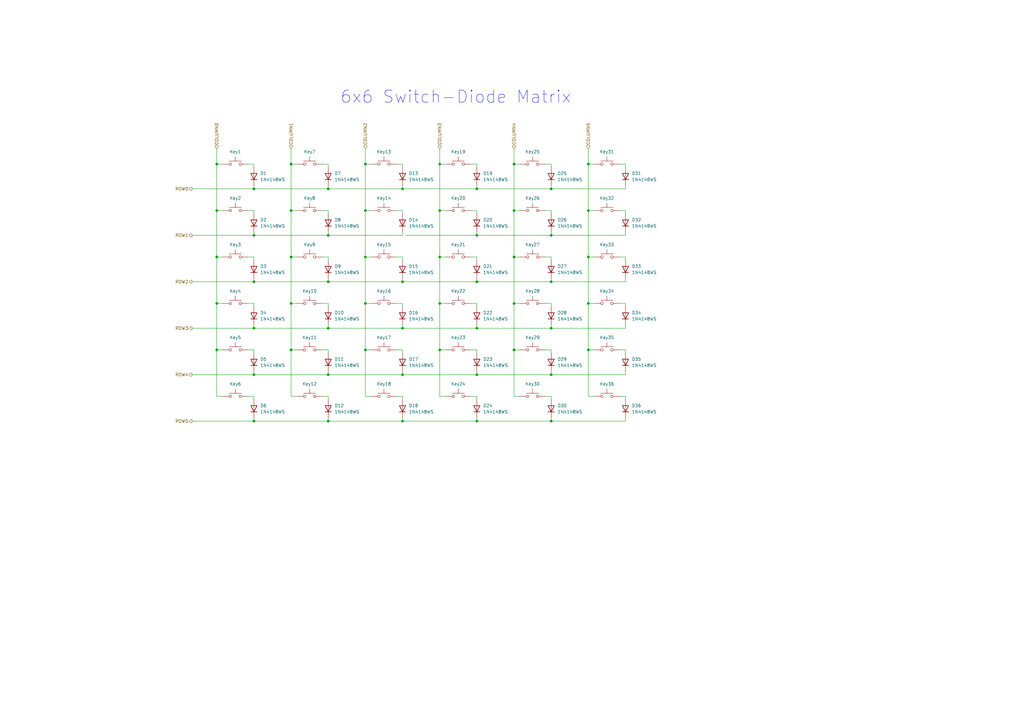
<source format=kicad_sch>
(kicad_sch (version 20250114) (generator "eeschema") (generator_version "9.0")
  (paper "A3")
  (title_block (company "BionicKeyboards / QMK"))
  (text "6x6 Switch-Diode Matrix" (at 186.944 39.878 0) (effects (font (size 5 5))))
  (junction (at 226.06 96.52))
  (junction (at 104.14 134.62))
  (junction (at 88.9 86.36))
  (junction (at 195.58 153.67))
  (junction (at 149.86 67.31))
  (junction (at 165.1 172.72))
  (junction (at 104.14 115.57))
  (junction (at 241.3 105.41))
  (junction (at 241.3 86.36))
  (junction (at 119.38 105.41))
  (junction (at 226.06 77.47))
  (junction (at 165.1 77.47))
  (junction (at 180.34 67.31))
  (junction (at 149.86 86.36))
  (junction (at 119.38 143.51))
  (junction (at 195.58 96.52))
  (junction (at 226.06 153.67))
  (junction (at 88.9 105.41))
  (junction (at 134.62 115.57))
  (junction (at 119.38 124.46))
  (junction (at 134.62 77.47))
  (junction (at 180.34 105.41))
  (junction (at 88.9 143.51))
  (junction (at 180.34 86.36))
  (junction (at 210.82 124.46))
  (junction (at 88.9 124.46))
  (junction (at 134.62 134.62))
  (junction (at 104.14 77.47))
  (junction (at 195.58 134.62))
  (junction (at 195.58 77.47))
  (junction (at 241.3 124.46))
  (junction (at 134.62 172.72))
  (junction (at 165.1 115.57))
  (junction (at 149.86 105.41))
  (junction (at 149.86 143.51))
  (junction (at 241.3 143.51))
  (junction (at 104.14 153.67))
  (junction (at 180.34 124.46))
  (junction (at 165.1 134.62))
  (junction (at 134.62 96.52))
  (junction (at 149.86 124.46))
  (junction (at 165.1 153.67))
  (junction (at 195.58 172.72))
  (junction (at 210.82 67.31))
  (junction (at 119.38 86.36))
  (junction (at 195.58 115.57))
  (junction (at 119.38 67.31))
  (junction (at 226.06 172.72))
  (junction (at 210.82 105.41))
  (junction (at 88.9 67.31))
  (junction (at 241.3 67.31))
  (junction (at 210.82 143.51))
  (junction (at 134.62 153.67))
  (junction (at 226.06 134.62))
  (junction (at 210.82 86.36))
  (junction (at 104.14 96.52))
  (junction (at 180.34 143.51))
  (junction (at 226.06 115.57))
  (junction (at 104.14 172.72))
  (wire (pts (xy 256.54 133.35) (xy 256.54 134.62)))
  (wire (pts (xy 195.58 86.36) (xy 193.04 86.36)))
  (wire (pts (xy 104.14 144.78) (xy 104.14 143.51)))
  (wire (pts (xy 195.58 133.35) (xy 195.58 134.62)))
  (wire (pts (xy 165.1 172.72) (xy 195.58 172.72)))
  (wire (pts (xy 256.54 67.31) (xy 254 67.31)))
  (wire (pts (xy 149.86 162.56) (xy 152.4 162.56)))
  (wire (pts (xy 134.62 76.2) (xy 134.62 77.47)))
  (wire (pts (xy 256.54 67.31) (xy 256.54 68.58)))
  (wire (pts (xy 165.1 114.3) (xy 165.1 115.57)))
  (wire (pts (xy 241.3 105.41) (xy 241.3 124.46)))
  (wire (pts (xy 241.3 124.46) (xy 243.84 124.46)))
  (wire (pts (xy 165.1 144.78) (xy 165.1 143.51)))
  (wire (pts (xy 256.54 114.3) (xy 256.54 115.57)))
  (wire (pts (xy 134.62 134.62) (xy 165.1 134.62)))
  (wire (pts (xy 104.14 152.4) (xy 104.14 153.67)))
  (wire (pts (xy 149.86 86.36) (xy 149.86 105.41)))
  (wire (pts (xy 226.06 144.78) (xy 226.06 143.51)))
  (wire (pts (xy 149.86 143.51) (xy 149.86 162.56)))
  (wire (pts (xy 88.9 105.41) (xy 88.9 124.46)))
  (wire (pts (xy 195.58 87.63) (xy 195.58 86.36)))
  (wire (pts (xy 241.3 124.46) (xy 241.3 143.51)))
  (wire (pts (xy 165.1 105.41) (xy 165.1 106.68)))
  (wire (pts (xy 134.62 171.45) (xy 134.62 172.72)))
  (wire (pts (xy 256.54 76.2) (xy 256.54 77.47)))
  (wire (pts (xy 119.38 86.36) (xy 121.92 86.36)))
  (wire (pts (xy 165.1 87.63) (xy 165.1 86.36)))
  (wire (pts (xy 134.62 133.35) (xy 134.62 134.62)))
  (wire (pts (xy 119.38 143.51) (xy 119.38 162.56)))
  (wire (pts (xy 210.82 67.31) (xy 213.36 67.31)))
  (wire (pts (xy 165.1 152.4) (xy 165.1 153.67)))
  (wire (pts (xy 78.74 134.62) (xy 104.14 134.62)))
  (wire (pts (xy 165.1 162.56) (xy 165.1 163.83)))
  (wire (pts (xy 134.62 172.72) (xy 165.1 172.72)))
  (wire (pts (xy 226.06 105.41) (xy 223.52 105.41)))
  (wire (pts (xy 241.3 162.56) (xy 243.84 162.56)))
  (wire (pts (xy 256.54 171.45) (xy 256.54 172.72)))
  (wire (pts (xy 119.38 105.41) (xy 121.92 105.41)))
  (wire (pts (xy 134.62 162.56) (xy 132.08 162.56)))
  (wire (pts (xy 104.14 133.35) (xy 104.14 134.62)))
  (wire (pts (xy 149.86 67.31) (xy 152.4 67.31)))
  (wire (pts (xy 88.9 143.51) (xy 91.44 143.51)))
  (wire (pts (xy 78.74 115.57) (xy 104.14 115.57)))
  (wire (pts (xy 134.62 95.25) (xy 134.62 96.52)))
  (wire (pts (xy 165.1 124.46) (xy 162.56 124.46)))
  (wire (pts (xy 134.62 124.46) (xy 134.62 125.73)))
  (wire (pts (xy 256.54 95.25) (xy 256.54 96.52)))
  (wire (pts (xy 180.34 162.56) (xy 182.88 162.56)))
  (wire (pts (xy 78.74 172.72) (xy 104.14 172.72)))
  (wire (pts (xy 195.58 124.46) (xy 195.58 125.73)))
  (wire (pts (xy 165.1 134.62) (xy 195.58 134.62)))
  (wire (pts (xy 241.3 60.96) (xy 241.3 67.31)))
  (wire (pts (xy 180.34 86.36) (xy 182.88 86.36)))
  (wire (pts (xy 241.3 86.36) (xy 243.84 86.36)))
  (wire (pts (xy 180.34 67.31) (xy 182.88 67.31)))
  (wire (pts (xy 256.54 162.56) (xy 254 162.56)))
  (wire (pts (xy 149.86 67.31) (xy 149.86 86.36)))
  (wire (pts (xy 256.54 143.51) (xy 254 143.51)))
  (wire (pts (xy 134.62 105.41) (xy 134.62 106.68)))
  (wire (pts (xy 195.58 105.41) (xy 195.58 106.68)))
  (wire (pts (xy 165.1 162.56) (xy 162.56 162.56)))
  (wire (pts (xy 195.58 162.56) (xy 195.58 163.83)))
  (wire (pts (xy 210.82 143.51) (xy 210.82 162.56)))
  (wire (pts (xy 88.9 143.51) (xy 88.9 162.56)))
  (wire (pts (xy 256.54 124.46) (xy 256.54 125.73)))
  (wire (pts (xy 119.38 86.36) (xy 119.38 105.41)))
  (wire (pts (xy 226.06 124.46) (xy 226.06 125.73)))
  (wire (pts (xy 195.58 96.52) (xy 226.06 96.52)))
  (wire (pts (xy 241.3 143.51) (xy 243.84 143.51)))
  (wire (pts (xy 104.14 124.46) (xy 104.14 125.73)))
  (wire (pts (xy 210.82 143.51) (xy 213.36 143.51)))
  (wire (pts (xy 226.06 162.56) (xy 226.06 163.83)))
  (wire (pts (xy 210.82 124.46) (xy 213.36 124.46)))
  (wire (pts (xy 165.1 67.31) (xy 165.1 68.58)))
  (wire (pts (xy 226.06 86.36) (xy 223.52 86.36)))
  (wire (pts (xy 104.14 67.31) (xy 104.14 68.58)))
  (wire (pts (xy 149.86 60.96) (xy 149.86 67.31)))
  (wire (pts (xy 104.14 172.72) (xy 134.62 172.72)))
  (wire (pts (xy 88.9 86.36) (xy 88.9 105.41)))
  (wire (pts (xy 104.14 96.52) (xy 134.62 96.52)))
  (wire (pts (xy 165.1 115.57) (xy 195.58 115.57)))
  (wire (pts (xy 104.14 134.62) (xy 134.62 134.62)))
  (wire (pts (xy 88.9 162.56) (xy 91.44 162.56)))
  (wire (pts (xy 78.74 77.47) (xy 104.14 77.47)))
  (wire (pts (xy 104.14 153.67) (xy 134.62 153.67)))
  (wire (pts (xy 180.34 86.36) (xy 180.34 105.41)))
  (wire (pts (xy 88.9 124.46) (xy 91.44 124.46)))
  (wire (pts (xy 88.9 105.41) (xy 91.44 105.41)))
  (wire (pts (xy 165.1 171.45) (xy 165.1 172.72)))
  (wire (pts (xy 88.9 67.31) (xy 88.9 86.36)))
  (wire (pts (xy 226.06 171.45) (xy 226.06 172.72)))
  (wire (pts (xy 241.3 105.41) (xy 243.84 105.41)))
  (wire (pts (xy 180.34 105.41) (xy 182.88 105.41)))
  (wire (pts (xy 165.1 95.25) (xy 165.1 96.52)))
  (wire (pts (xy 104.14 87.63) (xy 104.14 86.36)))
  (wire (pts (xy 104.14 76.2) (xy 104.14 77.47)))
  (wire (pts (xy 104.14 162.56) (xy 104.14 163.83)))
  (wire (pts (xy 119.38 105.41) (xy 119.38 124.46)))
  (wire (pts (xy 256.54 105.41) (xy 256.54 106.68)))
  (wire (pts (xy 101.6 124.46) (xy 104.14 124.46)))
  (wire (pts (xy 210.82 67.31) (xy 210.82 86.36)))
  (wire (pts (xy 226.06 114.3) (xy 226.06 115.57)))
  (wire (pts (xy 119.38 124.46) (xy 121.92 124.46)))
  (wire (pts (xy 180.34 124.46) (xy 180.34 143.51)))
  (wire (pts (xy 256.54 87.63) (xy 256.54 86.36)))
  (wire (pts (xy 195.58 171.45) (xy 195.58 172.72)))
  (wire (pts (xy 195.58 114.3) (xy 195.58 115.57)))
  (wire (pts (xy 166.37 96.52) (xy 195.58 96.52)))
  (wire (pts (xy 134.62 115.57) (xy 165.1 115.57)))
  (wire (pts (xy 195.58 153.67) (xy 226.06 153.67)))
  (wire (pts (xy 134.62 152.4) (xy 134.62 153.67)))
  (wire (pts (xy 180.34 67.31) (xy 180.34 86.36)))
  (wire (pts (xy 134.62 153.67) (xy 165.1 153.67)))
  (wire (pts (xy 134.62 124.46) (xy 132.08 124.46)))
  (wire (pts (xy 165.1 133.35) (xy 165.1 134.62)))
  (wire (pts (xy 256.54 124.46) (xy 254 124.46)))
  (wire (pts (xy 193.04 67.31) (xy 195.58 67.31)))
  (wire (pts (xy 210.82 60.96) (xy 210.82 67.31)))
  (wire (pts (xy 134.62 77.47) (xy 165.1 77.47)))
  (wire (pts (xy 226.06 162.56) (xy 223.52 162.56)))
  (wire (pts (xy 210.82 105.41) (xy 210.82 124.46)))
  (wire (pts (xy 226.06 143.51) (xy 223.52 143.51)))
  (wire (pts (xy 241.3 143.51) (xy 241.3 162.56)))
  (wire (pts (xy 134.62 67.31) (xy 132.08 67.31)))
  (wire (pts (xy 226.06 95.25) (xy 226.06 96.52)))
  (wire (pts (xy 226.06 133.35) (xy 226.06 134.62)))
  (wire (pts (xy 226.06 172.72) (xy 256.54 172.72)))
  (wire (pts (xy 226.06 105.41) (xy 226.06 106.68)))
  (wire (pts (xy 119.38 162.56) (xy 121.92 162.56)))
  (wire (pts (xy 180.34 143.51) (xy 180.34 162.56)))
  (wire (pts (xy 195.58 67.31) (xy 195.58 68.58)))
  (wire (pts (xy 195.58 162.56) (xy 193.04 162.56)))
  (wire (pts (xy 210.82 124.46) (xy 210.82 143.51)))
  (wire (pts (xy 165.1 105.41) (xy 162.56 105.41)))
  (wire (pts (xy 256.54 144.78) (xy 256.54 143.51)))
  (wire (pts (xy 134.62 162.56) (xy 134.62 163.83)))
  (wire (pts (xy 195.58 77.47) (xy 226.06 77.47)))
  (wire (pts (xy 119.38 143.51) (xy 121.92 143.51)))
  (wire (pts (xy 195.58 95.25) (xy 195.58 96.52)))
  (wire (pts (xy 149.86 105.41) (xy 152.4 105.41)))
  (wire (pts (xy 149.86 86.36) (xy 152.4 86.36)))
  (wire (pts (xy 88.9 60.96) (xy 88.9 67.31)))
  (wire (pts (xy 193.04 124.46) (xy 195.58 124.46)))
  (wire (pts (xy 104.14 86.36) (xy 101.6 86.36)))
  (wire (pts (xy 88.9 86.36) (xy 91.44 86.36)))
  (wire (pts (xy 149.86 124.46) (xy 149.86 143.51)))
  (wire (pts (xy 226.06 77.47) (xy 256.54 77.47)))
  (wire (pts (xy 256.54 152.4) (xy 256.54 153.67)))
  (wire (pts (xy 210.82 86.36) (xy 210.82 105.41)))
  (wire (pts (xy 256.54 86.36) (xy 254 86.36)))
  (wire (pts (xy 180.34 143.51) (xy 182.88 143.51)))
  (wire (pts (xy 165.1 143.51) (xy 162.56 143.51)))
  (wire (pts (xy 195.58 105.41) (xy 193.04 105.41)))
  (wire (pts (xy 134.62 96.52) (xy 165.1 96.52)))
  (wire (pts (xy 195.58 144.78) (xy 195.58 143.51)))
  (wire (pts (xy 226.06 87.63) (xy 226.06 86.36)))
  (wire (pts (xy 119.38 67.31) (xy 119.38 86.36)))
  (wire (pts (xy 104.14 105.41) (xy 104.14 106.68)))
  (wire (pts (xy 226.06 134.62) (xy 256.54 134.62)))
  (wire (pts (xy 165.1 153.67) (xy 195.58 153.67)))
  (wire (pts (xy 226.06 153.67) (xy 256.54 153.67)))
  (wire (pts (xy 104.14 114.3) (xy 104.14 115.57)))
  (wire (pts (xy 256.54 162.56) (xy 256.54 163.83)))
  (wire (pts (xy 195.58 76.2) (xy 195.58 77.47)))
  (wire (pts (xy 134.62 144.78) (xy 134.62 143.51)))
  (wire (pts (xy 134.62 87.63) (xy 134.62 86.36)))
  (wire (pts (xy 226.06 96.52) (xy 256.54 96.52)))
  (wire (pts (xy 104.14 143.51) (xy 101.6 143.51)))
  (wire (pts (xy 165.1 124.46) (xy 165.1 125.73)))
  (wire (pts (xy 241.3 86.36) (xy 241.3 105.41)))
  (wire (pts (xy 78.74 96.52) (xy 104.14 96.52)))
  (wire (pts (xy 78.74 153.67) (xy 104.14 153.67)))
  (wire (pts (xy 210.82 162.56) (xy 213.36 162.56)))
  (wire (pts (xy 134.62 105.41) (xy 132.08 105.41)))
  (wire (pts (xy 241.3 67.31) (xy 243.84 67.31)))
  (wire (pts (xy 226.06 67.31) (xy 226.06 68.58)))
  (wire (pts (xy 149.86 105.41) (xy 149.86 124.46)))
  (wire (pts (xy 165.1 67.31) (xy 162.56 67.31)))
  (wire (pts (xy 88.9 124.46) (xy 88.9 143.51)))
  (wire (pts (xy 134.62 86.36) (xy 132.08 86.36)))
  (wire (pts (xy 180.34 105.41) (xy 180.34 124.46)))
  (wire (pts (xy 134.62 67.31) (xy 134.62 68.58)))
  (wire (pts (xy 134.62 143.51) (xy 132.08 143.51)))
  (wire (pts (xy 101.6 67.31) (xy 104.14 67.31)))
  (wire (pts (xy 104.14 115.57) (xy 134.62 115.57)))
  (wire (pts (xy 104.14 171.45) (xy 104.14 172.72)))
  (wire (pts (xy 226.06 67.31) (xy 223.52 67.31)))
  (wire (pts (xy 104.14 105.41) (xy 101.6 105.41)))
  (wire (pts (xy 210.82 86.36) (xy 213.36 86.36)))
  (wire (pts (xy 149.86 124.46) (xy 152.4 124.46)))
  (wire (pts (xy 104.14 95.25) (xy 104.14 96.52)))
  (wire (pts (xy 119.38 67.31) (xy 121.92 67.31)))
  (wire (pts (xy 165.1 76.2) (xy 165.1 77.47)))
  (wire (pts (xy 195.58 134.62) (xy 226.06 134.62)))
  (wire (pts (xy 180.34 60.96) (xy 180.34 67.31)))
  (wire (pts (xy 226.06 115.57) (xy 256.54 115.57)))
  (wire (pts (xy 165.1 86.36) (xy 162.56 86.36)))
  (wire (pts (xy 165.1 77.47) (xy 195.58 77.47)))
  (wire (pts (xy 226.06 152.4) (xy 226.06 153.67)))
  (wire (pts (xy 256.54 105.41) (xy 254 105.41)))
  (wire (pts (xy 119.38 60.96) (xy 119.38 67.31)))
  (wire (pts (xy 241.3 67.31) (xy 241.3 86.36)))
  (wire (pts (xy 104.14 77.47) (xy 134.62 77.47)))
  (wire (pts (xy 134.62 114.3) (xy 134.62 115.57)))
  (wire (pts (xy 104.14 162.56) (xy 101.6 162.56)))
  (wire (pts (xy 210.82 105.41) (xy 213.36 105.41)))
  (wire (pts (xy 119.38 124.46) (xy 119.38 143.51)))
  (wire (pts (xy 195.58 115.57) (xy 226.06 115.57)))
  (wire (pts (xy 180.34 124.46) (xy 182.88 124.46)))
  (wire (pts (xy 88.9 67.31) (xy 91.44 67.31)))
  (wire (pts (xy 195.58 143.51) (xy 193.04 143.51)))
  (wire (pts (xy 226.06 124.46) (xy 223.52 124.46)))
  (wire (pts (xy 195.58 172.72) (xy 226.06 172.72)))
  (wire (pts (xy 226.06 76.2) (xy 226.06 77.47)))
  (wire (pts (xy 149.86 143.51) (xy 152.4 143.51)))
  (wire (pts (xy 195.58 152.4) (xy 195.58 153.67)))
  (hierarchical_label "ROW2" (shape output) (at 78.74 115.57 180))
  (hierarchical_label "COLUMN5" (shape input) (at 241.3 60.96 90))
  (hierarchical_label "ROW3" (shape output) (at 78.74 134.62 180))
  (hierarchical_label "ROW5" (shape output) (at 78.74 172.72 180))
  (hierarchical_label "ROW4" (shape output) (at 78.74 153.67 180))
  (hierarchical_label "COLUMN1" (shape input) (at 119.38 60.96 90))
  (hierarchical_label "ROW0" (shape output) (at 78.74 77.47 180))
  (hierarchical_label "COLUMN0" (shape input) (at 88.9 60.96 90))
  (hierarchical_label "COLUMN4" (shape input) (at 210.82 60.96 90))
  (hierarchical_label "COLUMN3" (shape input) (at 180.34 60.96 90))
  (hierarchical_label "COLUMN2" (shape input) (at 149.86 60.96 90))
  (hierarchical_label "ROW1" (shape output) (at 78.74 96.52 180))
  (symbol (lib_name "1u_Cherry_MX_Switch_RGB-SK6812MINI-E_cutout_9") (lib_id "custom:1u_Cherry_MX_Switch_RGB-SK6812MINI-E_cutout") (at 96.52 69.85 0) (unit 1)
    (property "Reference" "Key1" (at 96.52 62.23 0))
    (property "Footprint" "Custom:1u_Cherry_MX1A_5Pin_Switch_Kailh_Socket_with_SK6812MINI-E_cutout" (effects (hide yes)))
    (property "Description" "1u Cherry MX compatible switch socket including an RGB SK6812MINI-E LED cutout" (effects (hide yes)))
    (property "LED_Reference" "LED_${REFERENCE}" (effects (hide yes)))
    (property "MFR.Part #" "CPG151101S11-16" (effects (hide yes)))
    (property "JLCPCB Part #" "C41430893" (effects (hide yes)))
    (property "JLCPCB.Kind" "Extended" (effects (hide yes)))
  )
  (symbol (lib_id "Diode:1N4148WS") (at 256.54 110.49 90) (unit 1)
    (property "Reference" "D33" (at 259.08 109.2199 90) (effects (justify right)))
    (property "Value" "1N4148WS" (at 259.08 111.7599 90) (effects (justify right)))
    (property "Footprint" "Custom:1N4148WS_SOD-323" (effects (hide yes)))
    (property "Datasheet" "https://www.jscj-elec.com/gallery//file/AD-BAV16WS_1N4148WS.pdf" (effects (hide yes)))
    (property "Description" "100V Independent Type 1.25V@150mA 4ns 150mA SOD-323 Switching Diodes ROHS" (effects (hide yes)))
    (property "JLCPCB Part #" "C2128" (effects (hide yes)))
    (property "MFR.Part #" "1N4148WS" (effects (hide yes)))
    (property "JLCPCB.Kind" "Basic" (effects (hide yes)))
  )
  (symbol (lib_id "Diode:1N4148WS") (at 195.58 72.39 90) (unit 1)
    (property "Reference" "D19" (at 198.12 71.1199 90) (effects (justify right)))
    (property "Value" "1N4148WS" (at 198.12 73.6599 90) (effects (justify right)))
    (property "Footprint" "Custom:1N4148WS_SOD-323" (effects (hide yes)))
    (property "Datasheet" "https://www.jscj-elec.com/gallery//file/AD-BAV16WS_1N4148WS.pdf" (effects (hide yes)))
    (property "Description" "100V Independent Type 1.25V@150mA 4ns 150mA SOD-323 Switching Diodes ROHS" (effects (hide yes)))
    (property "JLCPCB Part #" "C2128" (effects (hide yes)))
    (property "MFR.Part #" "1N4148WS" (effects (hide yes)))
    (property "JLCPCB.Kind" "Basic" (effects (hide yes)))
  )
  (symbol (lib_name "1u_Cherry_MX_Switch_RGB-SK6812MINI-E_cutout_1") (lib_id "custom:1u_Cherry_MX_Switch_RGB-SK6812MINI-E_cutout") (at 218.44 105.41 0) (unit 1)
    (property "Reference" "Key27" (at 218.44 100.33 0))
    (property "Footprint" "Custom:1u_Cherry_MX1A_5Pin_Switch_Kailh_Socket_with_SK6812MINI-E_cutout" (effects (hide yes)))
    (property "Description" "1u Cherry MX compatible switch socket including an RGB SK6812MINI-E LED cutout" (effects (hide yes)))
    (property "LED_Reference" "LED_${REFERENCE}" (effects (hide yes)))
    (property "MFR.Part #" "CPG151101S11-16" (effects (hide yes)))
    (property "JLCPCB Part #" "C41430893" (effects (hide yes)))
    (property "JLCPCB.Kind" "Extended" (effects (hide yes)))
  )
  (symbol (lib_id "Diode:1N4148WS") (at 134.62 72.39 90) (unit 1)
    (property "Reference" "D7" (at 137.16 71.1199 90) (effects (justify right)))
    (property "Value" "1N4148WS" (at 137.16 73.6599 90) (effects (justify right)))
    (property "Footprint" "Custom:1N4148WS_SOD-323" (effects (hide yes)))
    (property "Datasheet" "https://www.jscj-elec.com/gallery//file/AD-BAV16WS_1N4148WS.pdf" (effects (hide yes)))
    (property "Description" "100V Independent Type 1.25V@150mA 4ns 150mA SOD-323 Switching Diodes ROHS" (effects (hide yes)))
    (property "JLCPCB Part #" "C2128" (effects (hide yes)))
    (property "MFR.Part #" "1N4148WS" (effects (hide yes)))
    (property "JLCPCB.Kind" "Basic" (effects (hide yes)))
  )
  (symbol (lib_id "Diode:1N4148WS") (at 195.58 167.64 90) (unit 1)
    (property "Reference" "D24" (at 198.12 166.3699 90) (effects (justify right)))
    (property "Value" "1N4148WS" (at 198.12 168.9099 90) (effects (justify right)))
    (property "Footprint" "Custom:1N4148WS_SOD-323" (effects (hide yes)))
    (property "Datasheet" "https://www.jscj-elec.com/gallery//file/AD-BAV16WS_1N4148WS.pdf" (effects (hide yes)))
    (property "Description" "100V Independent Type 1.25V@150mA 4ns 150mA SOD-323 Switching Diodes ROHS" (effects (hide yes)))
    (property "JLCPCB Part #" "C2128" (effects (hide yes)))
    (property "MFR.Part #" "1N4148WS" (effects (hide yes)))
    (property "JLCPCB.Kind" "Basic" (effects (hide yes)))
  )
  (symbol (lib_name "1u_Cherry_MX_Switch_RGB-SK6812MINI-E_cutout_1") (lib_id "custom:1u_Cherry_MX_Switch_RGB-SK6812MINI-E_cutout") (at 157.48 67.31 0) (unit 1)
    (property "Reference" "Key13" (at 157.48 62.23 0))
    (property "Footprint" "Custom:1u_Cherry_MX1A_5Pin_Switch_Kailh_Socket_with_SK6812MINI-E_cutout" (effects (hide yes)))
    (property "Description" "1u Cherry MX compatible switch socket including an RGB SK6812MINI-E LED cutout" (effects (hide yes)))
    (property "LED_Reference" "LED_${REFERENCE}" (effects (hide yes)))
    (property "MFR.Part #" "CPG151101S11-16" (effects (hide yes)))
    (property "JLCPCB Part #" "C41430893" (effects (hide yes)))
    (property "JLCPCB.Kind" "Extended" (effects (hide yes)))
  )
  (symbol (lib_name "1u_Cherry_MX_Switch_RGB-SK6812MINI-E_cutout_5") (lib_id "custom:1u_Cherry_MX_Switch_RGB-SK6812MINI-E_cutout") (at 96.52 146.05 0) (unit 1)
    (property "Reference" "Key5" (at 96.52 138.43 0))
    (property "Footprint" "Custom:1u_Cherry_MX1A_5Pin_Switch_Kailh_Socket_with_SK6812MINI-E_cutout" (effects (hide yes)))
    (property "Description" "1u Cherry MX compatible switch socket including an RGB SK6812MINI-E LED cutout" (effects (hide yes)))
    (property "LED_Reference" "LED_${REFERENCE}" (effects (hide yes)))
    (property "MFR.Part #" "CPG151101S11-16" (effects (hide yes)))
    (property "JLCPCB Part #" "C41430893" (effects (hide yes)))
    (property "JLCPCB.Kind" "Extended" (effects (hide yes)))
  )
  (symbol (lib_id "Diode:1N4148WS") (at 195.58 110.49 90) (unit 1)
    (property "Reference" "D21" (at 198.12 109.2199 90) (effects (justify right)))
    (property "Value" "1N4148WS" (at 198.12 111.7599 90) (effects (justify right)))
    (property "Footprint" "Custom:1N4148WS_SOD-323" (effects (hide yes)))
    (property "Datasheet" "https://www.jscj-elec.com/gallery//file/AD-BAV16WS_1N4148WS.pdf" (effects (hide yes)))
    (property "Description" "100V Independent Type 1.25V@150mA 4ns 150mA SOD-323 Switching Diodes ROHS" (effects (hide yes)))
    (property "JLCPCB Part #" "C2128" (effects (hide yes)))
    (property "MFR.Part #" "1N4148WS" (effects (hide yes)))
    (property "JLCPCB.Kind" "Basic" (effects (hide yes)))
  )
  (symbol (lib_name "1u_Cherry_MX_Switch_RGB-SK6812MINI-E_cutout_1") (lib_id "custom:1u_Cherry_MX_Switch_RGB-SK6812MINI-E_cutout") (at 157.48 162.56 0) (unit 1)
    (property "Reference" "Key18" (at 157.48 157.48 0))
    (property "Footprint" "Custom:1u_Cherry_MX1A_5Pin_Switch_Kailh_Socket_with_SK6812MINI-E_cutout" (effects (hide yes)))
    (property "Description" "1u Cherry MX compatible switch socket including an RGB SK6812MINI-E LED cutout" (effects (hide yes)))
    (property "LED_Reference" "LED_${REFERENCE}" (effects (hide yes)))
    (property "MFR.Part #" "CPG151101S11-16" (effects (hide yes)))
    (property "JLCPCB Part #" "C41430893" (effects (hide yes)))
    (property "JLCPCB.Kind" "Extended" (effects (hide yes)))
  )
  (symbol (lib_id "Diode:1N4148WS") (at 195.58 129.54 90) (unit 1)
    (property "Reference" "D22" (at 198.12 128.2699 90) (effects (justify right)))
    (property "Value" "1N4148WS" (at 198.12 130.8099 90) (effects (justify right)))
    (property "Footprint" "Custom:1N4148WS_SOD-323" (effects (hide yes)))
    (property "Datasheet" "https://www.jscj-elec.com/gallery//file/AD-BAV16WS_1N4148WS.pdf" (effects (hide yes)))
    (property "Description" "100V Independent Type 1.25V@150mA 4ns 150mA SOD-323 Switching Diodes ROHS" (effects (hide yes)))
    (property "JLCPCB Part #" "C2128" (effects (hide yes)))
    (property "MFR.Part #" "1N4148WS" (effects (hide yes)))
    (property "JLCPCB.Kind" "Basic" (effects (hide yes)))
  )
  (symbol (lib_id "Diode:1N4148WS") (at 226.06 91.44 90) (unit 1)
    (property "Reference" "D26" (at 228.6 90.1699 90) (effects (justify right)))
    (property "Value" "1N4148WS" (at 228.6 92.7099 90) (effects (justify right)))
    (property "Footprint" "Custom:1N4148WS_SOD-323" (effects (hide yes)))
    (property "Datasheet" "https://www.jscj-elec.com/gallery//file/AD-BAV16WS_1N4148WS.pdf" (effects (hide yes)))
    (property "Description" "100V Independent Type 1.25V@150mA 4ns 150mA SOD-323 Switching Diodes ROHS" (effects (hide yes)))
    (property "JLCPCB Part #" "C2128" (effects (hide yes)))
    (property "MFR.Part #" "1N4148WS" (effects (hide yes)))
    (property "JLCPCB.Kind" "Basic" (effects (hide yes)))
  )
  (symbol (lib_id "Diode:1N4148WS") (at 134.62 167.64 90) (unit 1)
    (property "Reference" "D12" (at 137.16 166.3699 90) (effects (justify right)))
    (property "Value" "1N4148WS" (at 137.16 168.9099 90) (effects (justify right)))
    (property "Footprint" "Custom:1N4148WS_SOD-323" (effects (hide yes)))
    (property "Datasheet" "https://www.jscj-elec.com/gallery//file/AD-BAV16WS_1N4148WS.pdf" (effects (hide yes)))
    (property "Description" "100V Independent Type 1.25V@150mA 4ns 150mA SOD-323 Switching Diodes ROHS" (effects (hide yes)))
    (property "JLCPCB Part #" "C2128" (effects (hide yes)))
    (property "MFR.Part #" "1N4148WS" (effects (hide yes)))
    (property "JLCPCB.Kind" "Basic" (effects (hide yes)))
  )
  (symbol (lib_name "1u_Cherry_MX_Switch_RGB-SK6812MINI-E_cutout_2") (lib_id "custom:1u_Cherry_MX_Switch_RGB-SK6812MINI-E_cutout") (at 248.92 86.36 0) (unit 1)
    (property "Reference" "Key32" (at 248.92 81.28 0))
    (property "Footprint" "Custom:1u_Cherry_MX1A_5Pin_Switch_Kailh_Socket_with_SK6812MINI-E_cutout" (effects (hide yes)))
    (property "Description" "1u Cherry MX compatible switch socket including an RGB SK6812MINI-E LED cutout" (effects (hide yes)))
    (property "LED_Reference" "LED_${REFERENCE}" (effects (hide yes)))
    (property "MFR.Part #" "CPG151101S11-16" (effects (hide yes)))
    (property "JLCPCB Part #" "C41430893" (effects (hide yes)))
    (property "JLCPCB.Kind" "Extended" (effects (hide yes)))
  )
  (symbol (lib_id "Diode:1N4148WS") (at 165.1 72.39 90) (unit 1)
    (property "Reference" "D13" (at 167.64 71.1199 90) (effects (justify right)))
    (property "Value" "1N4148WS" (at 167.64 73.6599 90) (effects (justify right)))
    (property "Footprint" "Custom:1N4148WS_SOD-323" (effects (hide yes)))
    (property "Datasheet" "https://www.jscj-elec.com/gallery//file/AD-BAV16WS_1N4148WS.pdf" (effects (hide yes)))
    (property "Description" "100V Independent Type 1.25V@150mA 4ns 150mA SOD-323 Switching Diodes ROHS" (effects (hide yes)))
    (property "JLCPCB Part #" "C2128" (effects (hide yes)))
    (property "MFR.Part #" "1N4148WS" (effects (hide yes)))
    (property "JLCPCB.Kind" "Basic" (effects (hide yes)))
  )
  (symbol (lib_name "1u_Cherry_MX_Switch_RGB-SK6812MINI-E_cutout_1") (lib_id "custom:1u_Cherry_MX_Switch_RGB-SK6812MINI-E_cutout") (at 218.44 67.31 0) (unit 1)
    (property "Reference" "Key25" (at 218.44 62.23 0))
    (property "Footprint" "Custom:1u_Cherry_MX1A_5Pin_Switch_Kailh_Socket_with_SK6812MINI-E_cutout" (effects (hide yes)))
    (property "Description" "1u Cherry MX compatible switch socket including an RGB SK6812MINI-E LED cutout" (effects (hide yes)))
    (property "LED_Reference" "LED_${REFERENCE}" (effects (hide yes)))
    (property "MFR.Part #" "CPG151101S11-16" (effects (hide yes)))
    (property "JLCPCB Part #" "C41430893" (effects (hide yes)))
    (property "JLCPCB.Kind" "Extended" (effects (hide yes)))
  )
  (symbol (lib_name "1u_Cherry_MX_Switch_RGB-SK6812MINI-E_cutout_1") (lib_id "custom:1u_Cherry_MX_Switch_RGB-SK6812MINI-E_cutout") (at 157.48 124.46 0) (unit 1)
    (property "Reference" "Key16" (at 157.48 119.38 0))
    (property "Footprint" "Custom:1u_Cherry_MX1A_5Pin_Switch_Kailh_Socket_with_SK6812MINI-E_cutout" (effects (hide yes)))
    (property "Description" "1u Cherry MX compatible switch socket including an RGB SK6812MINI-E LED cutout" (effects (hide yes)))
    (property "LED_Reference" "LED_${REFERENCE}" (effects (hide yes)))
    (property "MFR.Part #" "CPG151101S11-16" (effects (hide yes)))
    (property "JLCPCB Part #" "C41430893" (effects (hide yes)))
    (property "JLCPCB.Kind" "Extended" (effects (hide yes)))
  )
  (symbol (lib_name "1u_Cherry_MX_Switch_RGB-SK6812MINI-E_cutout_1") (lib_id "custom:1u_Cherry_MX_Switch_RGB-SK6812MINI-E_cutout") (at 127 162.56 0) (unit 1)
    (property "Reference" "Key12" (at 127 157.48 0))
    (property "Footprint" "Custom:1u_Cherry_MX1A_5Pin_Switch_Kailh_Socket_with_SK6812MINI-E_cutout" (effects (hide yes)))
    (property "Description" "1u Cherry MX compatible switch socket including an RGB SK6812MINI-E LED cutout" (effects (hide yes)))
    (property "LED_Reference" "LED_${REFERENCE}" (effects (hide yes)))
    (property "MFR.Part #" "CPG151101S11-16" (effects (hide yes)))
    (property "JLCPCB Part #" "C41430893" (effects (hide yes)))
    (property "JLCPCB.Kind" "Extended" (effects (hide yes)))
  )
  (symbol (lib_id "Diode:1N4148WS") (at 104.14 91.44 90) (unit 1)
    (property "Reference" "D2" (at 106.68 90.1699 90) (effects (justify right)))
    (property "Value" "1N4148WS" (at 106.68 92.7099 90) (effects (justify right)))
    (property "Footprint" "Custom:1N4148WS_SOD-323" (effects (hide yes)))
    (property "Datasheet" "https://www.jscj-elec.com/gallery//file/AD-BAV16WS_1N4148WS.pdf" (effects (hide yes)))
    (property "Description" "100V Independent Type 1.25V@150mA 4ns 150mA SOD-323 Switching Diodes ROHS" (effects (hide yes)))
    (property "JLCPCB Part #" "C2128" (effects (hide yes)))
    (property "MFR.Part #" "1N4148WS" (effects (hide yes)))
    (property "JLCPCB.Kind" "Basic" (effects (hide yes)))
  )
  (symbol (lib_id "Diode:1N4148WS") (at 256.54 72.39 90) (unit 1)
    (property "Reference" "D31" (at 259.08 71.1199 90) (effects (justify right)))
    (property "Value" "1N4148WS" (at 259.08 73.6599 90) (effects (justify right)))
    (property "Footprint" "Custom:1N4148WS_SOD-323" (effects (hide yes)))
    (property "Datasheet" "https://www.jscj-elec.com/gallery//file/AD-BAV16WS_1N4148WS.pdf" (effects (hide yes)))
    (property "Description" "100V Independent Type 1.25V@150mA 4ns 150mA SOD-323 Switching Diodes ROHS" (effects (hide yes)))
    (property "JLCPCB Part #" "C2128" (effects (hide yes)))
    (property "MFR.Part #" "1N4148WS" (effects (hide yes)))
    (property "JLCPCB.Kind" "Basic" (effects (hide yes)))
  )
  (symbol (lib_id "Diode:1N4148WS") (at 256.54 91.44 90) (unit 1)
    (property "Reference" "D32" (at 259.08 90.1699 90) (effects (justify right)))
    (property "Value" "1N4148WS" (at 259.08 92.7099 90) (effects (justify right)))
    (property "Footprint" "Custom:1N4148WS_SOD-323" (effects (hide yes)))
    (property "Datasheet" "https://www.jscj-elec.com/gallery//file/AD-BAV16WS_1N4148WS.pdf" (effects (hide yes)))
    (property "Description" "100V Independent Type 1.25V@150mA 4ns 150mA SOD-323 Switching Diodes ROHS" (effects (hide yes)))
    (property "JLCPCB Part #" "C2128" (effects (hide yes)))
    (property "MFR.Part #" "1N4148WS" (effects (hide yes)))
    (property "JLCPCB.Kind" "Basic" (effects (hide yes)))
  )
  (symbol (lib_id "Diode:1N4148WS") (at 165.1 110.49 90) (unit 1)
    (property "Reference" "D15" (at 167.64 109.2199 90) (effects (justify right)))
    (property "Value" "1N4148WS" (at 167.64 111.7599 90) (effects (justify right)))
    (property "Footprint" "Custom:1N4148WS_SOD-323" (effects (hide yes)))
    (property "Datasheet" "https://www.jscj-elec.com/gallery//file/AD-BAV16WS_1N4148WS.pdf" (effects (hide yes)))
    (property "Description" "100V Independent Type 1.25V@150mA 4ns 150mA SOD-323 Switching Diodes ROHS" (effects (hide yes)))
    (property "JLCPCB Part #" "C2128" (effects (hide yes)))
    (property "MFR.Part #" "1N4148WS" (effects (hide yes)))
    (property "JLCPCB.Kind" "Basic" (effects (hide yes)))
  )
  (symbol (lib_id "Diode:1N4148WS") (at 256.54 129.54 90) (unit 1)
    (property "Reference" "D34" (at 259.08 128.2699 90) (effects (justify right)))
    (property "Value" "1N4148WS" (at 259.08 130.8099 90) (effects (justify right)))
    (property "Footprint" "Custom:1N4148WS_SOD-323" (effects (hide yes)))
    (property "Datasheet" "https://www.jscj-elec.com/gallery//file/AD-BAV16WS_1N4148WS.pdf" (effects (hide yes)))
    (property "Description" "100V Independent Type 1.25V@150mA 4ns 150mA SOD-323 Switching Diodes ROHS" (effects (hide yes)))
    (property "JLCPCB Part #" "C2128" (effects (hide yes)))
    (property "MFR.Part #" "1N4148WS" (effects (hide yes)))
    (property "JLCPCB.Kind" "Basic" (effects (hide yes)))
  )
  (symbol (lib_id "Diode:1N4148WS") (at 226.06 110.49 90) (unit 1)
    (property "Reference" "D27" (at 228.6 109.2199 90) (effects (justify right)))
    (property "Value" "1N4148WS" (at 228.6 111.7599 90) (effects (justify right)))
    (property "Footprint" "Custom:1N4148WS_SOD-323" (effects (hide yes)))
    (property "Datasheet" "https://www.jscj-elec.com/gallery//file/AD-BAV16WS_1N4148WS.pdf" (effects (hide yes)))
    (property "Description" "100V Independent Type 1.25V@150mA 4ns 150mA SOD-323 Switching Diodes ROHS" (effects (hide yes)))
    (property "JLCPCB Part #" "C2128" (effects (hide yes)))
    (property "MFR.Part #" "1N4148WS" (effects (hide yes)))
    (property "JLCPCB.Kind" "Basic" (effects (hide yes)))
  )
  (symbol (lib_id "Diode:1N4148WS") (at 226.06 167.64 90) (unit 1)
    (property "Reference" "D30" (at 228.6 166.3699 90) (effects (justify right)))
    (property "Value" "1N4148WS" (at 228.6 168.9099 90) (effects (justify right)))
    (property "Footprint" "Custom:1N4148WS_SOD-323" (effects (hide yes)))
    (property "Datasheet" "https://www.jscj-elec.com/gallery//file/AD-BAV16WS_1N4148WS.pdf" (effects (hide yes)))
    (property "Description" "100V Independent Type 1.25V@150mA 4ns 150mA SOD-323 Switching Diodes ROHS" (effects (hide yes)))
    (property "JLCPCB Part #" "C2128" (effects (hide yes)))
    (property "MFR.Part #" "1N4148WS" (effects (hide yes)))
    (property "JLCPCB.Kind" "Basic" (effects (hide yes)))
  )
  (symbol (lib_id "Diode:1N4148WS") (at 195.58 91.44 90) (unit 1)
    (property "Reference" "D20" (at 198.12 90.1699 90) (effects (justify right)))
    (property "Value" "1N4148WS" (at 198.12 92.7099 90) (effects (justify right)))
    (property "Footprint" "Custom:1N4148WS_SOD-323" (effects (hide yes)))
    (property "Datasheet" "https://www.jscj-elec.com/gallery//file/AD-BAV16WS_1N4148WS.pdf" (effects (hide yes)))
    (property "Description" "100V Independent Type 1.25V@150mA 4ns 150mA SOD-323 Switching Diodes ROHS" (effects (hide yes)))
    (property "JLCPCB Part #" "C2128" (effects (hide yes)))
    (property "MFR.Part #" "1N4148WS" (effects (hide yes)))
    (property "JLCPCB.Kind" "Basic" (effects (hide yes)))
  )
  (symbol (lib_id "Diode:1N4148WS") (at 104.14 110.49 90) (unit 1)
    (property "Reference" "D3" (at 106.68 109.2199 90) (effects (justify right)))
    (property "Value" "1N4148WS" (at 106.68 111.7599 90) (effects (justify right)))
    (property "Footprint" "Custom:1N4148WS_SOD-323" (effects (hide yes)))
    (property "Datasheet" "https://www.jscj-elec.com/gallery//file/AD-BAV16WS_1N4148WS.pdf" (effects (hide yes)))
    (property "Description" "100V Independent Type 1.25V@150mA 4ns 150mA SOD-323 Switching Diodes ROHS" (effects (hide yes)))
    (property "JLCPCB Part #" "C2128" (effects (hide yes)))
    (property "MFR.Part #" "1N4148WS" (effects (hide yes)))
    (property "JLCPCB.Kind" "Basic" (effects (hide yes)))
  )
  (symbol (lib_name "1u_Cherry_MX_Switch_RGB-SK6812MINI-E_cutout_1") (lib_id "custom:1u_Cherry_MX_Switch_RGB-SK6812MINI-E_cutout") (at 248.92 162.56 0) (unit 1)
    (property "Reference" "Key36" (at 248.92 157.48 0))
    (property "Footprint" "Custom:1u_Cherry_MX1A_5Pin_Switch_Kailh_Socket_with_SK6812MINI-E_cutout" (effects (hide yes)))
    (property "Description" "1u Cherry MX compatible switch socket including an RGB SK6812MINI-E LED cutout" (effects (hide yes)))
    (property "LED_Reference" "LED_${REFERENCE}" (effects (hide yes)))
    (property "MFR.Part #" "CPG151101S11-16" (effects (hide yes)))
    (property "JLCPCB Part #" "C41430893" (effects (hide yes)))
    (property "JLCPCB.Kind" "Extended" (effects (hide yes)))
  )
  (symbol (lib_id "Diode:1N4148WS") (at 226.06 148.59 90) (unit 1)
    (property "Reference" "D29" (at 228.6 147.3199 90) (effects (justify right)))
    (property "Value" "1N4148WS" (at 228.6 149.8599 90) (effects (justify right)))
    (property "Footprint" "Custom:1N4148WS_SOD-323" (effects (hide yes)))
    (property "Datasheet" "https://www.jscj-elec.com/gallery//file/AD-BAV16WS_1N4148WS.pdf" (effects (hide yes)))
    (property "Description" "100V Independent Type 1.25V@150mA 4ns 150mA SOD-323 Switching Diodes ROHS" (effects (hide yes)))
    (property "JLCPCB Part #" "C2128" (effects (hide yes)))
    (property "MFR.Part #" "1N4148WS" (effects (hide yes)))
    (property "JLCPCB.Kind" "Basic" (effects (hide yes)))
  )
  (symbol (lib_name "1u_Cherry_MX_Switch_RGB-SK6812MINI-E_cutout_1") (lib_id "custom:1u_Cherry_MX_Switch_RGB-SK6812MINI-E_cutout") (at 218.44 162.56 0) (unit 1)
    (property "Reference" "Key30" (at 218.44 157.48 0))
    (property "Footprint" "Custom:1u_Cherry_MX1A_5Pin_Switch_Kailh_Socket_with_SK6812MINI-E_cutout" (effects (hide yes)))
    (property "Description" "1u Cherry MX compatible switch socket including an RGB SK6812MINI-E LED cutout" (effects (hide yes)))
    (property "LED_Reference" "LED_${REFERENCE}" (effects (hide yes)))
    (property "MFR.Part #" "CPG151101S11-16" (effects (hide yes)))
    (property "JLCPCB Part #" "C41430893" (effects (hide yes)))
    (property "JLCPCB.Kind" "Extended" (effects (hide yes)))
  )
  (symbol (lib_name "1u_Cherry_MX_Switch_RGB-SK6812MINI-E_cutout_1") (lib_id "custom:1u_Cherry_MX_Switch_RGB-SK6812MINI-E_cutout") (at 96.52 105.41 0) (unit 1)
    (property "Reference" "Key3" (at 96.52 100.33 0))
    (property "Footprint" "Custom:1u_Cherry_MX1A_5Pin_Switch_Kailh_Socket_with_SK6812MINI-E_cutout" (effects (hide yes)))
    (property "Description" "1u Cherry MX compatible switch socket including an RGB SK6812MINI-E LED cutout" (effects (hide yes)))
    (property "LED_Reference" "LED_${REFERENCE}" (effects (hide yes)))
    (property "MFR.Part #" "CPG151101S11-16" (effects (hide yes)))
    (property "JLCPCB Part #" "C41430893" (effects (hide yes)))
    (property "JLCPCB.Kind" "Extended" (effects (hide yes)))
  )
  (symbol (lib_name "1u_Cherry_MX_Switch_RGB-SK6812MINI-E_cutout_2") (lib_id "custom:1u_Cherry_MX_Switch_RGB-SK6812MINI-E_cutout") (at 218.44 143.51 0) (unit 1)
    (property "Reference" "Key29" (at 218.44 138.43 0))
    (property "Footprint" "Custom:1u_Cherry_MX1A_5Pin_Switch_Kailh_Socket_with_SK6812MINI-E_cutout" (effects (hide yes)))
    (property "Description" "1u Cherry MX compatible switch socket including an RGB SK6812MINI-E LED cutout" (effects (hide yes)))
    (property "LED_Reference" "LED_${REFERENCE}" (effects (hide yes)))
    (property "MFR.Part #" "CPG151101S11-16" (effects (hide yes)))
    (property "JLCPCB Part #" "C41430893" (effects (hide yes)))
    (property "JLCPCB.Kind" "Extended" (effects (hide yes)))
  )
  (symbol (lib_name "1u_Cherry_MX_Switch_RGB-SK6812MINI-E_cutout_1") (lib_id "custom:1u_Cherry_MX_Switch_RGB-SK6812MINI-E_cutout") (at 248.92 105.41 0) (unit 1)
    (property "Reference" "Key33" (at 248.92 100.33 0))
    (property "Footprint" "Custom:1u_Cherry_MX1A_5Pin_Switch_Kailh_Socket_with_SK6812MINI-E_cutout" (effects (hide yes)))
    (property "Description" "1u Cherry MX compatible switch socket including an RGB SK6812MINI-E LED cutout" (effects (hide yes)))
    (property "LED_Reference" "LED_${REFERENCE}" (effects (hide yes)))
    (property "MFR.Part #" "CPG151101S11-16" (effects (hide yes)))
    (property "JLCPCB Part #" "C41430893" (effects (hide yes)))
    (property "JLCPCB.Kind" "Extended" (effects (hide yes)))
  )
  (symbol (lib_id "Diode:1N4148WS") (at 134.62 91.44 90) (unit 1)
    (property "Reference" "D8" (at 137.16 90.1699 90) (effects (justify right)))
    (property "Value" "1N4148WS" (at 137.16 92.7099 90) (effects (justify right)))
    (property "Footprint" "Custom:1N4148WS_SOD-323" (effects (hide yes)))
    (property "Datasheet" "https://www.jscj-elec.com/gallery//file/AD-BAV16WS_1N4148WS.pdf" (effects (hide yes)))
    (property "Description" "100V Independent Type 1.25V@150mA 4ns 150mA SOD-323 Switching Diodes ROHS" (effects (hide yes)))
    (property "JLCPCB Part #" "C2128" (effects (hide yes)))
    (property "MFR.Part #" "1N4148WS" (effects (hide yes)))
    (property "JLCPCB.Kind" "Basic" (effects (hide yes)))
  )
  (symbol (lib_id "Diode:1N4148WS") (at 104.14 72.39 90) (unit 1)
    (property "Reference" "D1" (at 106.68 71.1199 90) (effects (justify right)))
    (property "Value" "1N4148WS" (at 106.68 73.6599 90) (effects (justify right)))
    (property "Footprint" "Custom:1N4148WS_SOD-323" (effects (hide yes)))
    (property "Datasheet" "https://www.jscj-elec.com/gallery//file/AD-BAV16WS_1N4148WS.pdf" (effects (hide yes)))
    (property "Description" "100V Independent Type 1.25V@150mA 4ns 150mA SOD-323 Switching Diodes ROHS" (effects (hide yes)))
    (property "JLCPCB Part #" "C2128" (effects (hide yes)))
    (property "MFR.Part #" "1N4148WS" (effects (hide yes)))
    (property "JLCPCB.Kind" "Basic" (effects (hide yes)))
  )
  (symbol (lib_name "1u_Cherry_MX_Switch_RGB-SK6812MINI-E_cutout_1") (lib_id "custom:1u_Cherry_MX_Switch_RGB-SK6812MINI-E_cutout") (at 248.92 67.31 0) (unit 1)
    (property "Reference" "Key31" (at 248.92 62.23 0))
    (property "Footprint" "Custom:1u_Cherry_MX1A_5Pin_Switch_Kailh_Socket_with_SK6812MINI-E_cutout" (effects (hide yes)))
    (property "Description" "1u Cherry MX compatible switch socket including an RGB SK6812MINI-E LED cutout" (effects (hide yes)))
    (property "LED_Reference" "LED_${REFERENCE}" (effects (hide yes)))
    (property "MFR.Part #" "CPG151101S11-16" (effects (hide yes)))
    (property "JLCPCB Part #" "C41430893" (effects (hide yes)))
    (property "JLCPCB.Kind" "Extended" (effects (hide yes)))
  )
  (symbol (lib_name "1u_Cherry_MX_Switch_RGB-SK6812MINI-E_cutout_2") (lib_id "custom:1u_Cherry_MX_Switch_RGB-SK6812MINI-E_cutout") (at 157.48 86.36 0) (unit 1)
    (property "Reference" "Key14" (at 157.48 81.28 0))
    (property "Footprint" "Custom:1u_Cherry_MX1A_5Pin_Switch_Kailh_Socket_with_SK6812MINI-E_cutout" (effects (hide yes)))
    (property "Description" "1u Cherry MX compatible switch socket including an RGB SK6812MINI-E LED cutout" (effects (hide yes)))
    (property "LED_Reference" "LED_${REFERENCE}" (effects (hide yes)))
    (property "MFR.Part #" "CPG151101S11-16" (effects (hide yes)))
    (property "JLCPCB Part #" "C41430893" (effects (hide yes)))
    (property "JLCPCB.Kind" "Extended" (effects (hide yes)))
  )
  (symbol (lib_name "1u_Cherry_MX_Switch_RGB-SK6812MINI-E_cutout_2") (lib_id "custom:1u_Cherry_MX_Switch_RGB-SK6812MINI-E_cutout") (at 157.48 143.51 0) (unit 1)
    (property "Reference" "Key17" (at 157.48 138.43 0))
    (property "Footprint" "Custom:1u_Cherry_MX1A_5Pin_Switch_Kailh_Socket_with_SK6812MINI-E_cutout" (effects (hide yes)))
    (property "Description" "1u Cherry MX compatible switch socket including an RGB SK6812MINI-E LED cutout" (effects (hide yes)))
    (property "LED_Reference" "LED_${REFERENCE}" (effects (hide yes)))
    (property "MFR.Part #" "CPG151101S11-16" (effects (hide yes)))
    (property "JLCPCB Part #" "C41430893" (effects (hide yes)))
    (property "JLCPCB.Kind" "Extended" (effects (hide yes)))
  )
  (symbol (lib_id "Diode:1N4148WS") (at 134.62 148.59 90) (unit 1)
    (property "Reference" "D11" (at 137.16 147.3199 90) (effects (justify right)))
    (property "Value" "1N4148WS" (at 137.16 149.8599 90) (effects (justify right)))
    (property "Footprint" "Custom:1N4148WS_SOD-323" (effects (hide yes)))
    (property "Datasheet" "https://www.jscj-elec.com/gallery//file/AD-BAV16WS_1N4148WS.pdf" (effects (hide yes)))
    (property "Description" "100V Independent Type 1.25V@150mA 4ns 150mA SOD-323 Switching Diodes ROHS" (effects (hide yes)))
    (property "JLCPCB Part #" "C2128" (effects (hide yes)))
    (property "MFR.Part #" "1N4148WS" (effects (hide yes)))
    (property "JLCPCB.Kind" "Basic" (effects (hide yes)))
  )
  (symbol (lib_name "1u_Cherry_MX_Switch_RGB-SK6812MINI-E_cutout_2") (lib_id "custom:1u_Cherry_MX_Switch_RGB-SK6812MINI-E_cutout") (at 127 86.36 0) (unit 1)
    (property "Reference" "Key8" (at 127 81.28 0))
    (property "Footprint" "Custom:1u_Cherry_MX1A_5Pin_Switch_Kailh_Socket_with_SK6812MINI-E_cutout" (effects (hide yes)))
    (property "Description" "1u Cherry MX compatible switch socket including an RGB SK6812MINI-E LED cutout" (effects (hide yes)))
    (property "LED_Reference" "LED_${REFERENCE}" (effects (hide yes)))
    (property "MFR.Part #" "CPG151101S11-16" (effects (hide yes)))
    (property "JLCPCB Part #" "C41430893" (effects (hide yes)))
    (property "JLCPCB.Kind" "Extended" (effects (hide yes)))
  )
  (symbol (lib_id "Diode:1N4148WS") (at 165.1 167.64 90) (unit 1)
    (property "Reference" "D18" (at 167.64 166.3699 90) (effects (justify right)))
    (property "Value" "1N4148WS" (at 167.64 168.9099 90) (effects (justify right)))
    (property "Footprint" "Custom:1N4148WS_SOD-323" (effects (hide yes)))
    (property "Datasheet" "https://www.jscj-elec.com/gallery//file/AD-BAV16WS_1N4148WS.pdf" (effects (hide yes)))
    (property "Description" "100V Independent Type 1.25V@150mA 4ns 150mA SOD-323 Switching Diodes ROHS" (effects (hide yes)))
    (property "JLCPCB Part #" "C2128" (effects (hide yes)))
    (property "MFR.Part #" "1N4148WS" (effects (hide yes)))
    (property "JLCPCB.Kind" "Basic" (effects (hide yes)))
  )
  (symbol (lib_name "1u_Cherry_MX_Switch_RGB-SK6812MINI-E_cutout_1") (lib_id "custom:1u_Cherry_MX_Switch_RGB-SK6812MINI-E_cutout") (at 127 124.46 0) (unit 1)
    (property "Reference" "Key10" (at 127 119.38 0))
    (property "Footprint" "Custom:1u_Cherry_MX1A_5Pin_Switch_Kailh_Socket_with_SK6812MINI-E_cutout" (effects (hide yes)))
    (property "Description" "1u Cherry MX compatible switch socket including an RGB SK6812MINI-E LED cutout" (effects (hide yes)))
    (property "LED_Reference" "LED_${REFERENCE}" (effects (hide yes)))
    (property "MFR.Part #" "CPG151101S11-16" (effects (hide yes)))
    (property "JLCPCB Part #" "C41430893" (effects (hide yes)))
    (property "JLCPCB.Kind" "Extended" (effects (hide yes)))
  )
  (symbol (lib_name "1u_Cherry_MX_Switch_RGB-SK6812MINI-E_cutout_1") (lib_id "custom:1u_Cherry_MX_Switch_RGB-SK6812MINI-E_cutout") (at 127 105.41 0) (unit 1)
    (property "Reference" "Key9" (at 127 100.33 0))
    (property "Footprint" "Custom:1u_Cherry_MX1A_5Pin_Switch_Kailh_Socket_with_SK6812MINI-E_cutout" (effects (hide yes)))
    (property "Description" "1u Cherry MX compatible switch socket including an RGB SK6812MINI-E LED cutout" (effects (hide yes)))
    (property "LED_Reference" "LED_${REFERENCE}" (effects (hide yes)))
    (property "MFR.Part #" "CPG151101S11-16" (effects (hide yes)))
    (property "JLCPCB Part #" "C41430893" (effects (hide yes)))
    (property "JLCPCB.Kind" "Extended" (effects (hide yes)))
  )
  (symbol (lib_id "Diode:1N4148WS") (at 104.14 167.64 90) (unit 1)
    (property "Reference" "D6" (at 106.68 166.3699 90) (effects (justify right)))
    (property "Value" "1N4148WS" (at 106.68 168.9099 90) (effects (justify right)))
    (property "Footprint" "Custom:1N4148WS_SOD-323" (effects (hide yes)))
    (property "Datasheet" "https://www.jscj-elec.com/gallery//file/AD-BAV16WS_1N4148WS.pdf" (effects (hide yes)))
    (property "Description" "100V Independent Type 1.25V@150mA 4ns 150mA SOD-323 Switching Diodes ROHS" (effects (hide yes)))
    (property "JLCPCB Part #" "C2128" (effects (hide yes)))
    (property "MFR.Part #" "1N4148WS" (effects (hide yes)))
    (property "JLCPCB.Kind" "Basic" (effects (hide yes)))
  )
  (symbol (lib_name "1u_Cherry_MX_Switch_RGB-SK6812MINI-E_cutout_13") (lib_id "custom:1u_Cherry_MX_Switch_RGB-SK6812MINI-E_cutout") (at 187.96 69.85 0) (unit 1)
    (property "Reference" "Key19" (at 187.96 62.23 0))
    (property "Footprint" "Custom:1u_Cherry_MX1A_5Pin_Switch_Kailh_Socket_with_SK6812MINI-E_cutout" (effects (hide yes)))
    (property "Description" "1u Cherry MX compatible switch socket including an RGB SK6812MINI-E LED cutout" (effects (hide yes)))
    (property "LED_Reference" "LED_${REFERENCE}" (effects (hide yes)))
    (property "MFR.Part #" "CPG151101S11-16" (effects (hide yes)))
    (property "JLCPCB Part #" "C41430893" (effects (hide yes)))
    (property "JLCPCB.Kind" "Extended" (effects (hide yes)))
  )
  (symbol (lib_name "1u_Cherry_MX_Switch_RGB-SK6812MINI-E_cutout_14") (lib_id "custom:1u_Cherry_MX_Switch_RGB-SK6812MINI-E_cutout") (at 187.96 146.05 0) (unit 1)
    (property "Reference" "Key23" (at 187.96 138.43 0))
    (property "Footprint" "Custom:1u_Cherry_MX1A_5Pin_Switch_Kailh_Socket_with_SK6812MINI-E_cutout" (effects (hide yes)))
    (property "Description" "1u Cherry MX compatible switch socket including an RGB SK6812MINI-E LED cutout" (effects (hide yes)))
    (property "LED_Reference" "LED_${REFERENCE}" (effects (hide yes)))
    (property "MFR.Part #" "CPG151101S11-16" (effects (hide yes)))
    (property "JLCPCB Part #" "C41430893" (effects (hide yes)))
    (property "JLCPCB.Kind" "Extended" (effects (hide yes)))
  )
  (symbol (lib_name "1u_Cherry_MX_Switch_RGB-SK6812MINI-E_cutout_2") (lib_id "custom:1u_Cherry_MX_Switch_RGB-SK6812MINI-E_cutout") (at 218.44 86.36 0) (unit 1)
    (property "Reference" "Key26" (at 218.44 81.28 0))
    (property "Footprint" "Custom:1u_Cherry_MX1A_5Pin_Switch_Kailh_Socket_with_SK6812MINI-E_cutout" (effects (hide yes)))
    (property "Description" "1u Cherry MX compatible switch socket including an RGB SK6812MINI-E LED cutout" (effects (hide yes)))
    (property "LED_Reference" "LED_${REFERENCE}" (effects (hide yes)))
    (property "MFR.Part #" "CPG151101S11-16" (effects (hide yes)))
    (property "JLCPCB Part #" "C41430893" (effects (hide yes)))
    (property "JLCPCB.Kind" "Extended" (effects (hide yes)))
  )
  (symbol (lib_id "Diode:1N4148WS") (at 134.62 129.54 90) (unit 1)
    (property "Reference" "D10" (at 137.16 128.2699 90) (effects (justify right)))
    (property "Value" "1N4148WS" (at 137.16 130.8099 90) (effects (justify right)))
    (property "Footprint" "Custom:1N4148WS_SOD-323" (effects (hide yes)))
    (property "Datasheet" "https://www.jscj-elec.com/gallery//file/AD-BAV16WS_1N4148WS.pdf" (effects (hide yes)))
    (property "Description" "100V Independent Type 1.25V@150mA 4ns 150mA SOD-323 Switching Diodes ROHS" (effects (hide yes)))
    (property "JLCPCB Part #" "C2128" (effects (hide yes)))
    (property "MFR.Part #" "1N4148WS" (effects (hide yes)))
    (property "JLCPCB.Kind" "Basic" (effects (hide yes)))
  )
  (symbol (lib_name "1u_Cherry_MX_Switch_RGB-SK6812MINI-E_cutout_1") (lib_id "custom:1u_Cherry_MX_Switch_RGB-SK6812MINI-E_cutout") (at 127 67.31 0) (unit 1)
    (property "Reference" "Key7" (at 127 62.23 0))
    (property "Footprint" "Custom:1u_Cherry_MX1A_5Pin_Switch_Kailh_Socket_with_SK6812MINI-E_cutout" (effects (hide yes)))
    (property "Description" "1u Cherry MX compatible switch socket including an RGB SK6812MINI-E LED cutout" (effects (hide yes)))
    (property "LED_Reference" "LED_${REFERENCE}" (effects (hide yes)))
    (property "MFR.Part #" "CPG151101S11-16" (effects (hide yes)))
    (property "JLCPCB Part #" "C41430893" (effects (hide yes)))
    (property "JLCPCB.Kind" "Extended" (effects (hide yes)))
  )
  (symbol (lib_name "1u_Cherry_MX_Switch_RGB-SK6812MINI-E_cutout_12") (lib_id "custom:1u_Cherry_MX_Switch_RGB-SK6812MINI-E_cutout") (at 96.52 127 0) (unit 1)
    (property "Reference" "Key4" (at 96.52 119.38 0))
    (property "Footprint" "Custom:1u_Cherry_MX1A_5Pin_Switch_Kailh_Socket_with_SK6812MINI-E_cutout" (effects (hide yes)))
    (property "Description" "1u Cherry MX compatible switch socket including an RGB SK6812MINI-E LED cutout" (effects (hide yes)))
    (property "LED_Reference" "LED_${REFERENCE}" (effects (hide yes)))
    (property "MFR.Part #" "CPG151101S11-16" (effects (hide yes)))
    (property "JLCPCB Part #" "C41430893" (effects (hide yes)))
    (property "JLCPCB.Kind" "Extended" (effects (hide yes)))
  )
  (symbol (lib_name "1u_Cherry_MX_Switch_RGB-SK6812MINI-E_cutout_1") (lib_id "custom:1u_Cherry_MX_Switch_RGB-SK6812MINI-E_cutout") (at 96.52 162.56 0) (unit 1)
    (property "Reference" "Key6" (at 96.52 157.48 0))
    (property "Footprint" "Custom:1u_Cherry_MX1A_5Pin_Switch_Kailh_Socket_with_SK6812MINI-E_cutout" (effects (hide yes)))
    (property "Description" "1u Cherry MX compatible switch socket including an RGB SK6812MINI-E LED cutout" (effects (hide yes)))
    (property "LED_Reference" "LED_${REFERENCE}" (effects (hide yes)))
    (property "MFR.Part #" "CPG151101S11-16" (effects (hide yes)))
    (property "JLCPCB Part #" "C41430893" (effects (hide yes)))
    (property "JLCPCB.Kind" "Extended" (effects (hide yes)))
  )
  (symbol (lib_id "Diode:1N4148WS") (at 165.1 91.44 90) (unit 1)
    (property "Reference" "D14" (at 167.64 90.1699 90) (effects (justify right)))
    (property "Value" "1N4148WS" (at 167.64 92.7099 90) (effects (justify right)))
    (property "Footprint" "Custom:1N4148WS_SOD-323" (effects (hide yes)))
    (property "Datasheet" "https://www.jscj-elec.com/gallery//file/AD-BAV16WS_1N4148WS.pdf" (effects (hide yes)))
    (property "Description" "100V Independent Type 1.25V@150mA 4ns 150mA SOD-323 Switching Diodes ROHS" (effects (hide yes)))
    (property "JLCPCB Part #" "C2128" (effects (hide yes)))
    (property "MFR.Part #" "1N4148WS" (effects (hide yes)))
    (property "JLCPCB.Kind" "Basic" (effects (hide yes)))
  )
  (symbol (lib_id "Diode:1N4148WS") (at 226.06 72.39 90) (unit 1)
    (property "Reference" "D25" (at 228.6 71.1199 90) (effects (justify right)))
    (property "Value" "1N4148WS" (at 228.6 73.6599 90) (effects (justify right)))
    (property "Footprint" "Custom:1N4148WS_SOD-323" (effects (hide yes)))
    (property "Datasheet" "https://www.jscj-elec.com/gallery//file/AD-BAV16WS_1N4148WS.pdf" (effects (hide yes)))
    (property "Description" "100V Independent Type 1.25V@150mA 4ns 150mA SOD-323 Switching Diodes ROHS" (effects (hide yes)))
    (property "JLCPCB Part #" "C2128" (effects (hide yes)))
    (property "MFR.Part #" "1N4148WS" (effects (hide yes)))
    (property "JLCPCB.Kind" "Basic" (effects (hide yes)))
  )
  (symbol (lib_id "Diode:1N4148WS") (at 104.14 129.54 90) (unit 1)
    (property "Reference" "D4" (at 106.68 128.2699 90) (effects (justify right)))
    (property "Value" "1N4148WS" (at 106.68 130.8099 90) (effects (justify right)))
    (property "Footprint" "Custom:1N4148WS_SOD-323" (effects (hide yes)))
    (property "Datasheet" "https://www.jscj-elec.com/gallery//file/AD-BAV16WS_1N4148WS.pdf" (effects (hide yes)))
    (property "Description" "100V Independent Type 1.25V@150mA 4ns 150mA SOD-323 Switching Diodes ROHS" (effects (hide yes)))
    (property "JLCPCB Part #" "C2128" (effects (hide yes)))
    (property "MFR.Part #" "1N4148WS" (effects (hide yes)))
    (property "JLCPCB.Kind" "Basic" (effects (hide yes)))
  )
  (symbol (lib_id "Diode:1N4148WS") (at 195.58 148.59 90) (unit 1)
    (property "Reference" "D23" (at 198.12 147.3199 90) (effects (justify right)))
    (property "Value" "1N4148WS" (at 198.12 149.8599 90) (effects (justify right)))
    (property "Footprint" "Custom:1N4148WS_SOD-323" (effects (hide yes)))
    (property "Datasheet" "https://www.jscj-elec.com/gallery//file/AD-BAV16WS_1N4148WS.pdf" (effects (hide yes)))
    (property "Description" "100V Independent Type 1.25V@150mA 4ns 150mA SOD-323 Switching Diodes ROHS" (effects (hide yes)))
    (property "JLCPCB Part #" "C2128" (effects (hide yes)))
    (property "MFR.Part #" "1N4148WS" (effects (hide yes)))
    (property "JLCPCB.Kind" "Basic" (effects (hide yes)))
  )
  (symbol (lib_name "1u_Cherry_MX_Switch_RGB-SK6812MINI-E_cutout_1") (lib_id "custom:1u_Cherry_MX_Switch_RGB-SK6812MINI-E_cutout") (at 248.92 124.46 0) (unit 1)
    (property "Reference" "Key34" (at 248.92 119.38 0))
    (property "Footprint" "Custom:1u_Cherry_MX1A_5Pin_Switch_Kailh_Socket_with_SK6812MINI-E_cutout" (effects (hide yes)))
    (property "Description" "1u Cherry MX compatible switch socket including an RGB SK6812MINI-E LED cutout" (effects (hide yes)))
    (property "LED_Reference" "LED_${REFERENCE}" (effects (hide yes)))
    (property "MFR.Part #" "CPG151101S11-16" (effects (hide yes)))
    (property "JLCPCB Part #" "C41430893" (effects (hide yes)))
    (property "JLCPCB.Kind" "Extended" (effects (hide yes)))
  )
  (symbol (lib_id "Diode:1N4148WS") (at 256.54 148.59 90) (unit 1)
    (property "Reference" "D35" (at 259.08 147.3199 90) (effects (justify right)))
    (property "Value" "1N4148WS" (at 259.08 149.8599 90) (effects (justify right)))
    (property "Footprint" "Custom:1N4148WS_SOD-323" (effects (hide yes)))
    (property "Datasheet" "https://www.jscj-elec.com/gallery//file/AD-BAV16WS_1N4148WS.pdf" (effects (hide yes)))
    (property "Description" "100V Independent Type 1.25V@150mA 4ns 150mA SOD-323 Switching Diodes ROHS" (effects (hide yes)))
    (property "JLCPCB Part #" "C2128" (effects (hide yes)))
    (property "MFR.Part #" "1N4148WS" (effects (hide yes)))
    (property "JLCPCB.Kind" "Basic" (effects (hide yes)))
  )
  (symbol (lib_name "1u_Cherry_MX_Switch_RGB-SK6812MINI-E_cutout_3") (lib_id "custom:1u_Cherry_MX_Switch_RGB-SK6812MINI-E_cutout") (at 218.44 124.46 0) (unit 1)
    (property "Reference" "Key28" (at 218.44 119.38 0))
    (property "Footprint" "Custom:1u_Cherry_MX1A_5Pin_Switch_Kailh_Socket_with_SK6812MINI-E_cutout" (effects (hide yes)))
    (property "Description" "1u Cherry MX compatible switch socket including an RGB SK6812MINI-E LED cutout" (effects (hide yes)))
    (property "LED_Reference" "LED_${REFERENCE}" (effects (hide yes)))
    (property "MFR.Part #" "CPG151101S11-16" (effects (hide yes)))
    (property "JLCPCB Part #" "C41430893" (effects (hide yes)))
    (property "JLCPCB.Kind" "Extended" (effects (hide yes)))
  )
  (symbol (lib_name "1u_Cherry_MX_Switch_RGB-SK6812MINI-E_cutout_4") (lib_id "custom:1u_Cherry_MX_Switch_RGB-SK6812MINI-E_cutout") (at 248.92 143.51 0) (unit 1)
    (property "Reference" "Key35" (at 248.92 138.43 0))
    (property "Footprint" "Custom:1u_Cherry_MX1A_5Pin_Switch_Kailh_Socket_with_SK6812MINI-E_cutout" (effects (hide yes)))
    (property "Description" "1u Cherry MX compatible switch socket including an RGB SK6812MINI-E LED cutout" (effects (hide yes)))
    (property "LED_Reference" "LED_${REFERENCE}" (effects (hide yes)))
    (property "MFR.Part #" "CPG151101S11-16" (effects (hide yes)))
    (property "JLCPCB Part #" "C41430893" (effects (hide yes)))
    (property "JLCPCB.Kind" "Extended" (effects (hide yes)))
  )
  (symbol (lib_name "1u_Cherry_MX_Switch_RGB-SK6812MINI-E_cutout_1") (lib_id "custom:1u_Cherry_MX_Switch_RGB-SK6812MINI-E_cutout") (at 187.96 162.56 0) (unit 1)
    (property "Reference" "Key24" (at 187.96 157.48 0))
    (property "Footprint" "Custom:1u_Cherry_MX1A_5Pin_Switch_Kailh_Socket_with_SK6812MINI-E_cutout" (effects (hide yes)))
    (property "Description" "1u Cherry MX compatible switch socket including an RGB SK6812MINI-E LED cutout" (effects (hide yes)))
    (property "LED_Reference" "LED_${REFERENCE}" (effects (hide yes)))
    (property "MFR.Part #" "CPG151101S11-16" (effects (hide yes)))
    (property "JLCPCB Part #" "C41430893" (effects (hide yes)))
    (property "JLCPCB.Kind" "Extended" (effects (hide yes)))
  )
  (symbol (lib_id "Diode:1N4148WS") (at 134.62 110.49 90) (unit 1)
    (property "Reference" "D9" (at 137.16 109.2199 90) (effects (justify right)))
    (property "Value" "1N4148WS" (at 137.16 111.7599 90) (effects (justify right)))
    (property "Footprint" "Custom:1N4148WS_SOD-323" (effects (hide yes)))
    (property "Datasheet" "https://www.jscj-elec.com/gallery//file/AD-BAV16WS_1N4148WS.pdf" (effects (hide yes)))
    (property "Description" "100V Independent Type 1.25V@150mA 4ns 150mA SOD-323 Switching Diodes ROHS" (effects (hide yes)))
    (property "JLCPCB Part #" "C2128" (effects (hide yes)))
    (property "MFR.Part #" "1N4148WS" (effects (hide yes)))
    (property "JLCPCB.Kind" "Basic" (effects (hide yes)))
  )
  (symbol (lib_name "1u_Cherry_MX_Switch_RGB-SK6812MINI-E_cutout_16") (lib_id "custom:1u_Cherry_MX_Switch_RGB-SK6812MINI-E_cutout") (at 96.52 88.9 0) (unit 1)
    (property "Reference" "Key2" (at 96.52 81.28 0))
    (property "Footprint" "Custom:1u_Cherry_MX1A_5Pin_Switch_Kailh_Socket_with_SK6812MINI-E_cutout" (effects (hide yes)))
    (property "Description" "1u Cherry MX compatible switch socket including an RGB SK6812MINI-E LED cutout" (effects (hide yes)))
    (property "LED_Reference" "LED_${REFERENCE}" (effects (hide yes)))
    (property "MFR.Part #" "CPG151101S11-16" (effects (hide yes)))
    (property "JLCPCB Part #" "C41430893" (effects (hide yes)))
    (property "JLCPCB.Kind" "Extended" (effects (hide yes)))
  )
  (symbol (lib_id "Diode:1N4148WS") (at 165.1 148.59 90) (unit 1)
    (property "Reference" "D17" (at 167.64 147.3199 90) (effects (justify right)))
    (property "Value" "1N4148WS" (at 167.64 149.8599 90) (effects (justify right)))
    (property "Footprint" "Custom:1N4148WS_SOD-323" (effects (hide yes)))
    (property "Datasheet" "https://www.jscj-elec.com/gallery//file/AD-BAV16WS_1N4148WS.pdf" (effects (hide yes)))
    (property "Description" "100V Independent Type 1.25V@150mA 4ns 150mA SOD-323 Switching Diodes ROHS" (effects (hide yes)))
    (property "JLCPCB Part #" "C2128" (effects (hide yes)))
    (property "MFR.Part #" "1N4148WS" (effects (hide yes)))
    (property "JLCPCB.Kind" "Basic" (effects (hide yes)))
  )
  (symbol (lib_name "1u_Cherry_MX_Switch_RGB-SK6812MINI-E_cutout_1") (lib_id "custom:1u_Cherry_MX_Switch_RGB-SK6812MINI-E_cutout") (at 187.96 105.41 0) (unit 1)
    (property "Reference" "Key21" (at 187.96 100.33 0))
    (property "Footprint" "Custom:1u_Cherry_MX1A_5Pin_Switch_Kailh_Socket_with_SK6812MINI-E_cutout" (effects (hide yes)))
    (property "Description" "1u Cherry MX compatible switch socket including an RGB SK6812MINI-E LED cutout" (effects (hide yes)))
    (property "LED_Reference" "LED_${REFERENCE}" (effects (hide yes)))
    (property "MFR.Part #" "CPG151101S11-16" (effects (hide yes)))
    (property "JLCPCB Part #" "C41430893" (effects (hide yes)))
    (property "JLCPCB.Kind" "Extended" (effects (hide yes)))
  )
  (symbol (lib_id "Diode:1N4148WS") (at 165.1 129.54 90) (unit 1)
    (property "Reference" "D16" (at 167.64 128.2699 90) (effects (justify right)))
    (property "Value" "1N4148WS" (at 167.64 130.8099 90) (effects (justify right)))
    (property "Footprint" "Custom:1N4148WS_SOD-323" (effects (hide yes)))
    (property "Datasheet" "https://www.jscj-elec.com/gallery//file/AD-BAV16WS_1N4148WS.pdf" (effects (hide yes)))
    (property "Description" "100V Independent Type 1.25V@150mA 4ns 150mA SOD-323 Switching Diodes ROHS" (effects (hide yes)))
    (property "JLCPCB Part #" "C2128" (effects (hide yes)))
    (property "MFR.Part #" "1N4148WS" (effects (hide yes)))
    (property "JLCPCB.Kind" "Basic" (effects (hide yes)))
  )
  (symbol (lib_id "Diode:1N4148WS") (at 256.54 167.64 90) (unit 1)
    (property "Reference" "D36" (at 259.08 166.3699 90) (effects (justify right)))
    (property "Value" "1N4148WS" (at 259.08 168.9099 90) (effects (justify right)))
    (property "Footprint" "Custom:1N4148WS_SOD-323" (effects (hide yes)))
    (property "Datasheet" "https://www.jscj-elec.com/gallery//file/AD-BAV16WS_1N4148WS.pdf" (effects (hide yes)))
    (property "Description" "100V Independent Type 1.25V@150mA 4ns 150mA SOD-323 Switching Diodes ROHS" (effects (hide yes)))
    (property "JLCPCB Part #" "C2128" (effects (hide yes)))
    (property "MFR.Part #" "1N4148WS" (effects (hide yes)))
    (property "JLCPCB.Kind" "Basic" (effects (hide yes)))
  )
  (symbol (lib_name "1u_Cherry_MX_Switch_RGB-SK6812MINI-E_cutout_2") (lib_id "custom:1u_Cherry_MX_Switch_RGB-SK6812MINI-E_cutout") (at 127 143.51 0) (unit 1)
    (property "Reference" "Key11" (at 127 138.43 0))
    (property "Footprint" "Custom:1u_Cherry_MX1A_5Pin_Switch_Kailh_Socket_with_SK6812MINI-E_cutout" (effects (hide yes)))
    (property "Description" "1u Cherry MX compatible switch socket including an RGB SK6812MINI-E LED cutout" (effects (hide yes)))
    (property "LED_Reference" "LED_${REFERENCE}" (effects (hide yes)))
    (property "MFR.Part #" "CPG151101S11-16" (effects (hide yes)))
    (property "JLCPCB Part #" "C41430893" (effects (hide yes)))
    (property "JLCPCB.Kind" "Extended" (effects (hide yes)))
  )
  (symbol (lib_id "Diode:1N4148WS") (at 104.14 148.59 90) (unit 1)
    (property "Reference" "D5" (at 106.68 147.3199 90) (effects (justify right)))
    (property "Value" "1N4148WS" (at 106.68 149.8599 90) (effects (justify right)))
    (property "Footprint" "Custom:1N4148WS_SOD-323" (effects (hide yes)))
    (property "Datasheet" "https://www.jscj-elec.com/gallery//file/AD-BAV16WS_1N4148WS.pdf" (effects (hide yes)))
    (property "Description" "100V Independent Type 1.25V@150mA 4ns 150mA SOD-323 Switching Diodes ROHS" (effects (hide yes)))
    (property "JLCPCB Part #" "C2128" (effects (hide yes)))
    (property "MFR.Part #" "1N4148WS" (effects (hide yes)))
    (property "JLCPCB.Kind" "Basic" (effects (hide yes)))
  )
  (symbol (lib_name "1u_Cherry_MX_Switch_RGB-SK6812MINI-E_cutout_17") (lib_id "custom:1u_Cherry_MX_Switch_RGB-SK6812MINI-E_cutout") (at 187.96 88.9 0) (unit 1)
    (property "Reference" "Key20" (at 187.96 81.28 0))
    (property "Footprint" "Custom:1u_Cherry_MX1A_5Pin_Switch_Kailh_Socket_with_SK6812MINI-E_cutout" (effects (hide yes)))
    (property "Description" "1u Cherry MX compatible switch socket including an RGB SK6812MINI-E LED cutout" (effects (hide yes)))
    (property "LED_Reference" "LED_${REFERENCE}" (effects (hide yes)))
    (property "MFR.Part #" "CPG151101S11-16" (effects (hide yes)))
    (property "JLCPCB Part #" "C41430893" (effects (hide yes)))
    (property "JLCPCB.Kind" "Extended" (effects (hide yes)))
  )
  (symbol (lib_id "Diode:1N4148WS") (at 226.06 129.54 90) (unit 1)
    (property "Reference" "D28" (at 228.6 128.2699 90) (effects (justify right)))
    (property "Value" "1N4148WS" (at 228.6 130.8099 90) (effects (justify right)))
    (property "Footprint" "Custom:1N4148WS_SOD-323" (effects (hide yes)))
    (property "Datasheet" "https://www.jscj-elec.com/gallery//file/AD-BAV16WS_1N4148WS.pdf" (effects (hide yes)))
    (property "Description" "100V Independent Type 1.25V@150mA 4ns 150mA SOD-323 Switching Diodes ROHS" (effects (hide yes)))
    (property "JLCPCB Part #" "C2128" (effects (hide yes)))
    (property "MFR.Part #" "1N4148WS" (effects (hide yes)))
    (property "JLCPCB.Kind" "Basic" (effects (hide yes)))
  )
  (symbol (lib_id "custom:1u_Cherry_MX_Switch_RGB-SK6812MINI-E_cutout") (at 187.96 127 0) (unit 1)
    (property "Reference" "Key22" (at 187.96 119.38 0))
    (property "Footprint" "Custom:1u_Cherry_MX1A_5Pin_Switch_Kailh_Socket_with_SK6812MINI-E_cutout" (effects (hide yes)))
    (property "Description" "1u Cherry MX compatible switch socket including an RGB SK6812MINI-E LED cutout" (effects (hide yes)))
    (property "LED_Reference" "LED_${REFERENCE}" (effects (hide yes)))
    (property "MFR.Part #" "CPG151101S11-16" (effects (hide yes)))
    (property "JLCPCB Part #" "C41430893" (effects (hide yes)))
    (property "JLCPCB.Kind" "Extended" (effects (hide yes)))
  )
  (symbol (lib_name "1u_Cherry_MX_Switch_RGB-SK6812MINI-E_cutout_1") (lib_id "custom:1u_Cherry_MX_Switch_RGB-SK6812MINI-E_cutout") (at 157.48 105.41 0) (unit 1)
    (property "Reference" "Key15" (at 157.48 100.33 0))
    (property "Footprint" "Custom:1u_Cherry_MX1A_5Pin_Switch_Kailh_Socket_with_SK6812MINI-E_cutout" (effects (hide yes)))
    (property "Description" "1u Cherry MX compatible switch socket including an RGB SK6812MINI-E LED cutout" (effects (hide yes)))
    (property "LED_Reference" "LED_${REFERENCE}" (effects (hide yes)))
    (property "MFR.Part #" "CPG151101S11-16" (effects (hide yes)))
    (property "JLCPCB Part #" "C41430893" (effects (hide yes)))
    (property "JLCPCB.Kind" "Extended" (effects (hide yes)))
  )
)
</source>
